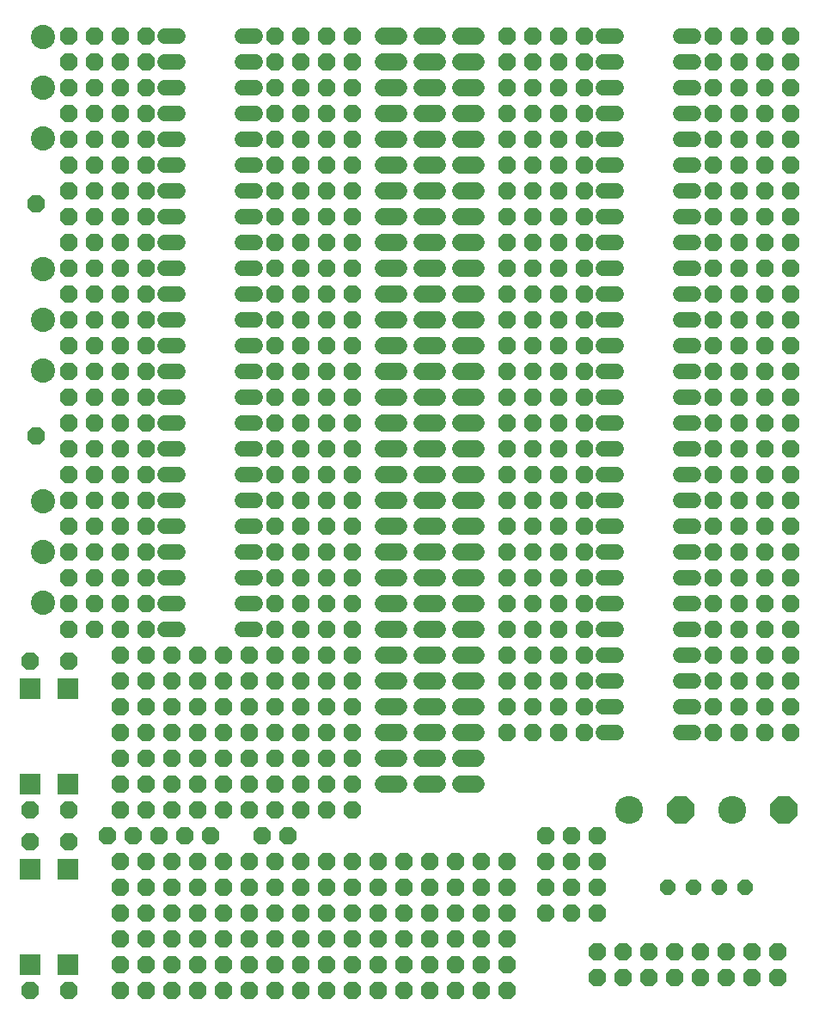
<source format=gbr>
G04 EAGLE Gerber RS-274X export*
G75*
%MOMM*%
%FSLAX34Y34*%
%LPD*%
%INSoldermask Bottom*%
%IPPOS*%
%AMOC8*
5,1,8,0,0,1.08239X$1,22.5*%
G01*
%ADD10P,1.869504X8X202.500000*%
%ADD11C,1.524000*%
%ADD12P,1.869504X8X112.500000*%
%ADD13C,1.727200*%
%ADD14P,1.869504X8X22.500000*%
%ADD15C,2.387600*%
%ADD16R,2.003200X2.003200*%
%ADD17P,1.649562X8X22.500000*%
%ADD18C,2.743200*%
%ADD19P,2.969212X8X22.500000*%


D10*
X762000Y63500D03*
X762000Y38100D03*
X736600Y63500D03*
X736600Y38100D03*
X711200Y63500D03*
X711200Y38100D03*
X685800Y63500D03*
X685800Y38100D03*
X660400Y63500D03*
X660400Y38100D03*
X635000Y63500D03*
X635000Y38100D03*
X609600Y63500D03*
X609600Y38100D03*
X584200Y63500D03*
X584200Y38100D03*
D11*
X171704Y584200D02*
X158496Y584200D01*
X234696Y584200D02*
X247904Y584200D01*
X171704Y609600D02*
X158496Y609600D01*
X234696Y609600D02*
X247904Y609600D01*
X171704Y635000D02*
X158496Y635000D01*
X234696Y635000D02*
X247904Y635000D01*
X171704Y660400D02*
X158496Y660400D01*
X234696Y660400D02*
X247904Y660400D01*
X171704Y685800D02*
X158496Y685800D01*
X234696Y685800D02*
X247904Y685800D01*
X171704Y711200D02*
X158496Y711200D01*
X234696Y711200D02*
X247904Y711200D01*
X171704Y736600D02*
X158496Y736600D01*
X234696Y736600D02*
X247904Y736600D01*
X171704Y762000D02*
X158496Y762000D01*
X234696Y762000D02*
X247904Y762000D01*
D12*
X139700Y584200D03*
X114300Y584200D03*
X139700Y609600D03*
X114300Y609600D03*
X139700Y635000D03*
X114300Y635000D03*
X139700Y660400D03*
X114300Y660400D03*
X139700Y685800D03*
X114300Y685800D03*
X139700Y711200D03*
X114300Y711200D03*
X139700Y736600D03*
X114300Y736600D03*
X139700Y762000D03*
X114300Y762000D03*
X88900Y584200D03*
X63500Y584200D03*
X88900Y609600D03*
X63500Y609600D03*
X88900Y635000D03*
X63500Y635000D03*
X88900Y660400D03*
X63500Y660400D03*
X88900Y685800D03*
X63500Y685800D03*
X88900Y711200D03*
X63500Y711200D03*
X88900Y736600D03*
X63500Y736600D03*
X88900Y762000D03*
X63500Y762000D03*
X292100Y584200D03*
X266700Y584200D03*
X292100Y609600D03*
X266700Y609600D03*
X292100Y635000D03*
X266700Y635000D03*
X292100Y660400D03*
X266700Y660400D03*
X292100Y685800D03*
X266700Y685800D03*
X292100Y711200D03*
X266700Y711200D03*
X292100Y736600D03*
X266700Y736600D03*
X292100Y762000D03*
X266700Y762000D03*
X342900Y584200D03*
X317500Y584200D03*
X342900Y609600D03*
X317500Y609600D03*
X342900Y635000D03*
X317500Y635000D03*
X342900Y660400D03*
X317500Y660400D03*
X342900Y685800D03*
X317500Y685800D03*
X342900Y711200D03*
X317500Y711200D03*
X342900Y736600D03*
X317500Y736600D03*
X342900Y762000D03*
X317500Y762000D03*
D13*
X411480Y965200D02*
X426720Y965200D01*
X426720Y939800D02*
X411480Y939800D01*
X411480Y914400D02*
X426720Y914400D01*
X426720Y889000D02*
X411480Y889000D01*
X411480Y863600D02*
X426720Y863600D01*
X426720Y838200D02*
X411480Y838200D01*
X411480Y812800D02*
X426720Y812800D01*
X426720Y787400D02*
X411480Y787400D01*
X411480Y762000D02*
X426720Y762000D01*
X426720Y736600D02*
X411480Y736600D01*
X411480Y711200D02*
X426720Y711200D01*
X426720Y685800D02*
X411480Y685800D01*
X411480Y660400D02*
X426720Y660400D01*
X426720Y635000D02*
X411480Y635000D01*
X411480Y609600D02*
X426720Y609600D01*
X426720Y584200D02*
X411480Y584200D01*
X411480Y558800D02*
X426720Y558800D01*
X426720Y533400D02*
X411480Y533400D01*
X411480Y508000D02*
X426720Y508000D01*
X426720Y482600D02*
X411480Y482600D01*
X411480Y457200D02*
X426720Y457200D01*
X426720Y431800D02*
X411480Y431800D01*
X411480Y406400D02*
X426720Y406400D01*
X426720Y381000D02*
X411480Y381000D01*
X411480Y355600D02*
X426720Y355600D01*
X426720Y330200D02*
X411480Y330200D01*
X411480Y304800D02*
X426720Y304800D01*
X426720Y279400D02*
X411480Y279400D01*
X411480Y254000D02*
X426720Y254000D01*
X426720Y228600D02*
X411480Y228600D01*
X449580Y965200D02*
X464820Y965200D01*
X464820Y939800D02*
X449580Y939800D01*
X449580Y914400D02*
X464820Y914400D01*
X464820Y889000D02*
X449580Y889000D01*
X449580Y863600D02*
X464820Y863600D01*
X464820Y838200D02*
X449580Y838200D01*
X449580Y812800D02*
X464820Y812800D01*
X464820Y787400D02*
X449580Y787400D01*
X449580Y762000D02*
X464820Y762000D01*
X464820Y736600D02*
X449580Y736600D01*
X449580Y711200D02*
X464820Y711200D01*
X464820Y685800D02*
X449580Y685800D01*
X449580Y660400D02*
X464820Y660400D01*
X464820Y635000D02*
X449580Y635000D01*
X449580Y609600D02*
X464820Y609600D01*
X464820Y584200D02*
X449580Y584200D01*
X449580Y558800D02*
X464820Y558800D01*
X464820Y533400D02*
X449580Y533400D01*
X449580Y508000D02*
X464820Y508000D01*
X464820Y482600D02*
X449580Y482600D01*
X449580Y457200D02*
X464820Y457200D01*
X464820Y431800D02*
X449580Y431800D01*
X449580Y406400D02*
X464820Y406400D01*
X464820Y381000D02*
X449580Y381000D01*
X449580Y355600D02*
X464820Y355600D01*
X464820Y330200D02*
X449580Y330200D01*
X449580Y304800D02*
X464820Y304800D01*
X464820Y279400D02*
X449580Y279400D01*
X449580Y254000D02*
X464820Y254000D01*
X464820Y228600D02*
X449580Y228600D01*
D14*
X533400Y101600D03*
X533400Y127000D03*
X558800Y101600D03*
X558800Y127000D03*
X584200Y101600D03*
X584200Y127000D03*
X533400Y152400D03*
X533400Y177800D03*
X558800Y152400D03*
X558800Y177800D03*
X584200Y152400D03*
X584200Y177800D03*
D13*
X388620Y965200D02*
X373380Y965200D01*
X373380Y939800D02*
X388620Y939800D01*
X388620Y914400D02*
X373380Y914400D01*
X373380Y889000D02*
X388620Y889000D01*
X388620Y863600D02*
X373380Y863600D01*
X373380Y838200D02*
X388620Y838200D01*
X388620Y812800D02*
X373380Y812800D01*
X373380Y787400D02*
X388620Y787400D01*
X388620Y762000D02*
X373380Y762000D01*
X373380Y736600D02*
X388620Y736600D01*
X388620Y711200D02*
X373380Y711200D01*
X373380Y685800D02*
X388620Y685800D01*
X388620Y660400D02*
X373380Y660400D01*
X373380Y635000D02*
X388620Y635000D01*
X388620Y609600D02*
X373380Y609600D01*
X373380Y584200D02*
X388620Y584200D01*
X388620Y558800D02*
X373380Y558800D01*
X373380Y533400D02*
X388620Y533400D01*
X388620Y508000D02*
X373380Y508000D01*
X373380Y482600D02*
X388620Y482600D01*
X388620Y457200D02*
X373380Y457200D01*
X373380Y431800D02*
X388620Y431800D01*
X388620Y406400D02*
X373380Y406400D01*
X373380Y381000D02*
X388620Y381000D01*
X388620Y355600D02*
X373380Y355600D01*
X373380Y330200D02*
X388620Y330200D01*
X388620Y304800D02*
X373380Y304800D01*
X373380Y279400D02*
X388620Y279400D01*
X388620Y254000D02*
X373380Y254000D01*
X373380Y228600D02*
X388620Y228600D01*
D11*
X171704Y787400D02*
X158496Y787400D01*
X234696Y787400D02*
X247904Y787400D01*
X171704Y812800D02*
X158496Y812800D01*
X234696Y812800D02*
X247904Y812800D01*
X171704Y838200D02*
X158496Y838200D01*
X234696Y838200D02*
X247904Y838200D01*
X171704Y863600D02*
X158496Y863600D01*
X234696Y863600D02*
X247904Y863600D01*
X171704Y889000D02*
X158496Y889000D01*
X234696Y889000D02*
X247904Y889000D01*
X171704Y914400D02*
X158496Y914400D01*
X234696Y914400D02*
X247904Y914400D01*
X171704Y939800D02*
X158496Y939800D01*
X234696Y939800D02*
X247904Y939800D01*
X171704Y965200D02*
X158496Y965200D01*
X234696Y965200D02*
X247904Y965200D01*
D12*
X139700Y787400D03*
X114300Y787400D03*
X139700Y812800D03*
X114300Y812800D03*
X139700Y838200D03*
X114300Y838200D03*
X139700Y863600D03*
X114300Y863600D03*
X139700Y889000D03*
X114300Y889000D03*
X139700Y914400D03*
X114300Y914400D03*
X139700Y939800D03*
X114300Y939800D03*
X139700Y965200D03*
X114300Y965200D03*
X88900Y787400D03*
X63500Y787400D03*
X88900Y812800D03*
X63500Y812800D03*
X88900Y838200D03*
X63500Y838200D03*
X88900Y863600D03*
X63500Y863600D03*
X88900Y889000D03*
X63500Y889000D03*
X88900Y914400D03*
X63500Y914400D03*
X88900Y939800D03*
X63500Y939800D03*
X88900Y965200D03*
X63500Y965200D03*
X292100Y787400D03*
X266700Y787400D03*
X292100Y812800D03*
X266700Y812800D03*
X292100Y838200D03*
X266700Y838200D03*
X292100Y863600D03*
X266700Y863600D03*
X292100Y889000D03*
X266700Y889000D03*
X292100Y914400D03*
X266700Y914400D03*
X292100Y939800D03*
X266700Y939800D03*
X292100Y965200D03*
X266700Y965200D03*
X342900Y787400D03*
X317500Y787400D03*
X342900Y812800D03*
X317500Y812800D03*
X342900Y838200D03*
X317500Y838200D03*
X342900Y863600D03*
X317500Y863600D03*
X342900Y889000D03*
X317500Y889000D03*
X342900Y914400D03*
X317500Y914400D03*
X342900Y939800D03*
X317500Y939800D03*
X342900Y965200D03*
X317500Y965200D03*
D15*
X38100Y964400D03*
X38100Y914400D03*
X38100Y864400D03*
D16*
X25400Y50800D03*
X25400Y144800D03*
X63400Y50800D03*
X63400Y144800D03*
X25400Y228600D03*
X25400Y322600D03*
X63400Y228600D03*
X63400Y322600D03*
D11*
X158496Y381000D02*
X171704Y381000D01*
X234696Y381000D02*
X247904Y381000D01*
X171704Y406400D02*
X158496Y406400D01*
X234696Y406400D02*
X247904Y406400D01*
X171704Y431800D02*
X158496Y431800D01*
X234696Y431800D02*
X247904Y431800D01*
X171704Y457200D02*
X158496Y457200D01*
X234696Y457200D02*
X247904Y457200D01*
X171704Y482600D02*
X158496Y482600D01*
X234696Y482600D02*
X247904Y482600D01*
X171704Y508000D02*
X158496Y508000D01*
X234696Y508000D02*
X247904Y508000D01*
X171704Y533400D02*
X158496Y533400D01*
X234696Y533400D02*
X247904Y533400D01*
X171704Y558800D02*
X158496Y558800D01*
X234696Y558800D02*
X247904Y558800D01*
D12*
X139700Y381000D03*
X114300Y381000D03*
X139700Y406400D03*
X114300Y406400D03*
X139700Y431800D03*
X114300Y431800D03*
X139700Y457200D03*
X114300Y457200D03*
X139700Y482600D03*
X114300Y482600D03*
X139700Y508000D03*
X114300Y508000D03*
X139700Y533400D03*
X114300Y533400D03*
X139700Y558800D03*
X114300Y558800D03*
X88900Y381000D03*
X63500Y381000D03*
X88900Y406400D03*
X63500Y406400D03*
X88900Y431800D03*
X63500Y431800D03*
X88900Y457200D03*
X63500Y457200D03*
X88900Y482600D03*
X63500Y482600D03*
X88900Y508000D03*
X63500Y508000D03*
X88900Y533400D03*
X63500Y533400D03*
X88900Y558800D03*
X63500Y558800D03*
X292100Y381000D03*
X266700Y381000D03*
X292100Y406400D03*
X266700Y406400D03*
X292100Y431800D03*
X266700Y431800D03*
X292100Y457200D03*
X266700Y457200D03*
X292100Y482600D03*
X266700Y482600D03*
X292100Y508000D03*
X266700Y508000D03*
X292100Y533400D03*
X266700Y533400D03*
X292100Y558800D03*
X266700Y558800D03*
X342900Y381000D03*
X317500Y381000D03*
X342900Y406400D03*
X317500Y406400D03*
X342900Y431800D03*
X317500Y431800D03*
X342900Y457200D03*
X317500Y457200D03*
X342900Y482600D03*
X317500Y482600D03*
X342900Y508000D03*
X317500Y508000D03*
X342900Y533400D03*
X317500Y533400D03*
X342900Y558800D03*
X317500Y558800D03*
D11*
X590296Y787400D02*
X603504Y787400D01*
X666496Y787400D02*
X679704Y787400D01*
X603504Y812800D02*
X590296Y812800D01*
X666496Y812800D02*
X679704Y812800D01*
X603504Y838200D02*
X590296Y838200D01*
X666496Y838200D02*
X679704Y838200D01*
X603504Y863600D02*
X590296Y863600D01*
X666496Y863600D02*
X679704Y863600D01*
X603504Y889000D02*
X590296Y889000D01*
X666496Y889000D02*
X679704Y889000D01*
X603504Y914400D02*
X590296Y914400D01*
X666496Y914400D02*
X679704Y914400D01*
X603504Y939800D02*
X590296Y939800D01*
X666496Y939800D02*
X679704Y939800D01*
X603504Y965200D02*
X590296Y965200D01*
X666496Y965200D02*
X679704Y965200D01*
D12*
X571500Y787400D03*
X546100Y787400D03*
X571500Y812800D03*
X546100Y812800D03*
X571500Y838200D03*
X546100Y838200D03*
X571500Y863600D03*
X546100Y863600D03*
X571500Y889000D03*
X546100Y889000D03*
X571500Y914400D03*
X546100Y914400D03*
X571500Y939800D03*
X546100Y939800D03*
X571500Y965200D03*
X546100Y965200D03*
X520700Y787400D03*
X495300Y787400D03*
X520700Y812800D03*
X495300Y812800D03*
X520700Y838200D03*
X495300Y838200D03*
X520700Y863600D03*
X495300Y863600D03*
X520700Y889000D03*
X495300Y889000D03*
X520700Y914400D03*
X495300Y914400D03*
X520700Y939800D03*
X495300Y939800D03*
X520700Y965200D03*
X495300Y965200D03*
X774700Y787400D03*
X749300Y787400D03*
X774700Y812800D03*
X749300Y812800D03*
X774700Y838200D03*
X749300Y838200D03*
X774700Y863600D03*
X749300Y863600D03*
X774700Y889000D03*
X749300Y889000D03*
X774700Y914400D03*
X749300Y914400D03*
X774700Y939800D03*
X749300Y939800D03*
X774700Y965200D03*
X749300Y965200D03*
X698500Y787400D03*
X723900Y787400D03*
X698500Y812800D03*
X723900Y812800D03*
X698500Y838200D03*
X723900Y838200D03*
X698500Y863600D03*
X723900Y863600D03*
X698500Y889000D03*
X723900Y889000D03*
X698500Y914400D03*
X723900Y914400D03*
X698500Y939800D03*
X723900Y939800D03*
X698500Y965200D03*
X723900Y965200D03*
D11*
X603504Y584200D02*
X590296Y584200D01*
X666496Y584200D02*
X679704Y584200D01*
X603504Y609600D02*
X590296Y609600D01*
X666496Y609600D02*
X679704Y609600D01*
X603504Y635000D02*
X590296Y635000D01*
X666496Y635000D02*
X679704Y635000D01*
X603504Y660400D02*
X590296Y660400D01*
X666496Y660400D02*
X679704Y660400D01*
X603504Y685800D02*
X590296Y685800D01*
X666496Y685800D02*
X679704Y685800D01*
X603504Y711200D02*
X590296Y711200D01*
X666496Y711200D02*
X679704Y711200D01*
X603504Y736600D02*
X590296Y736600D01*
X666496Y736600D02*
X679704Y736600D01*
X603504Y762000D02*
X590296Y762000D01*
X666496Y762000D02*
X679704Y762000D01*
D12*
X571500Y584200D03*
X546100Y584200D03*
X571500Y609600D03*
X546100Y609600D03*
X571500Y635000D03*
X546100Y635000D03*
X571500Y660400D03*
X546100Y660400D03*
X571500Y685800D03*
X546100Y685800D03*
X571500Y711200D03*
X546100Y711200D03*
X571500Y736600D03*
X546100Y736600D03*
X571500Y762000D03*
X546100Y762000D03*
X520700Y584200D03*
X495300Y584200D03*
X520700Y609600D03*
X495300Y609600D03*
X520700Y635000D03*
X495300Y635000D03*
X520700Y660400D03*
X495300Y660400D03*
X520700Y685800D03*
X495300Y685800D03*
X520700Y711200D03*
X495300Y711200D03*
X520700Y736600D03*
X495300Y736600D03*
X520700Y762000D03*
X495300Y762000D03*
X723900Y584200D03*
X698500Y584200D03*
X723900Y609600D03*
X698500Y609600D03*
X723900Y635000D03*
X698500Y635000D03*
X723900Y660400D03*
X698500Y660400D03*
X723900Y685800D03*
X698500Y685800D03*
X723900Y711200D03*
X698500Y711200D03*
X723900Y736600D03*
X698500Y736600D03*
X723900Y762000D03*
X698500Y762000D03*
X774700Y584200D03*
X749300Y584200D03*
X774700Y609600D03*
X749300Y609600D03*
X774700Y635000D03*
X749300Y635000D03*
X774700Y660400D03*
X749300Y660400D03*
X774700Y685800D03*
X749300Y685800D03*
X774700Y711200D03*
X749300Y711200D03*
X774700Y736600D03*
X749300Y736600D03*
X774700Y762000D03*
X749300Y762000D03*
D11*
X603504Y381000D02*
X590296Y381000D01*
X666496Y381000D02*
X679704Y381000D01*
X603504Y406400D02*
X590296Y406400D01*
X666496Y406400D02*
X679704Y406400D01*
X603504Y431800D02*
X590296Y431800D01*
X666496Y431800D02*
X679704Y431800D01*
X603504Y457200D02*
X590296Y457200D01*
X666496Y457200D02*
X679704Y457200D01*
X603504Y482600D02*
X590296Y482600D01*
X666496Y482600D02*
X679704Y482600D01*
X603504Y508000D02*
X590296Y508000D01*
X666496Y508000D02*
X679704Y508000D01*
X603504Y533400D02*
X590296Y533400D01*
X666496Y533400D02*
X679704Y533400D01*
X603504Y558800D02*
X590296Y558800D01*
X666496Y558800D02*
X679704Y558800D01*
D12*
X571500Y381000D03*
X546100Y381000D03*
X571500Y406400D03*
X546100Y406400D03*
X571500Y431800D03*
X546100Y431800D03*
X571500Y457200D03*
X546100Y457200D03*
X571500Y482600D03*
X546100Y482600D03*
X571500Y508000D03*
X546100Y508000D03*
X571500Y533400D03*
X546100Y533400D03*
X571500Y558800D03*
X546100Y558800D03*
X520700Y381000D03*
X495300Y381000D03*
X520700Y406400D03*
X495300Y406400D03*
X520700Y431800D03*
X495300Y431800D03*
X520700Y457200D03*
X495300Y457200D03*
X520700Y482600D03*
X495300Y482600D03*
X520700Y508000D03*
X495300Y508000D03*
X520700Y533400D03*
X495300Y533400D03*
X520700Y558800D03*
X495300Y558800D03*
X723900Y381000D03*
X698500Y381000D03*
X723900Y406400D03*
X698500Y406400D03*
X723900Y431800D03*
X698500Y431800D03*
X723900Y457200D03*
X698500Y457200D03*
X723900Y482600D03*
X698500Y482600D03*
X723900Y508000D03*
X698500Y508000D03*
X723900Y533400D03*
X698500Y533400D03*
X723900Y558800D03*
X698500Y558800D03*
X774700Y381000D03*
X749300Y381000D03*
X774700Y406400D03*
X749300Y406400D03*
X774700Y431800D03*
X749300Y431800D03*
X774700Y457200D03*
X749300Y457200D03*
X774700Y482600D03*
X749300Y482600D03*
X774700Y508000D03*
X749300Y508000D03*
X774700Y533400D03*
X749300Y533400D03*
X774700Y558800D03*
X749300Y558800D03*
D15*
X38100Y735800D03*
X38100Y685800D03*
X38100Y635800D03*
X38100Y507200D03*
X38100Y457200D03*
X38100Y407200D03*
D17*
X654050Y127000D03*
X679450Y127000D03*
X704850Y127000D03*
X730250Y127000D03*
D18*
X615950Y203200D03*
D19*
X666750Y203200D03*
D18*
X717550Y203200D03*
D19*
X768350Y203200D03*
D10*
X292100Y152400D03*
X292100Y127000D03*
X266700Y152400D03*
X266700Y127000D03*
X241300Y152400D03*
X241300Y127000D03*
X215900Y152400D03*
X215900Y127000D03*
X190500Y152400D03*
X190500Y127000D03*
X165100Y152400D03*
X165100Y127000D03*
X139700Y152400D03*
X139700Y127000D03*
X114300Y152400D03*
X114300Y127000D03*
X292100Y50800D03*
X292100Y25400D03*
X266700Y50800D03*
X266700Y25400D03*
X241300Y50800D03*
X241300Y25400D03*
X215900Y50800D03*
X215900Y25400D03*
X190500Y50800D03*
X190500Y25400D03*
X165100Y50800D03*
X165100Y25400D03*
X139700Y50800D03*
X139700Y25400D03*
X114300Y50800D03*
X114300Y25400D03*
X292100Y101600D03*
X292100Y76200D03*
X266700Y101600D03*
X266700Y76200D03*
X241300Y101600D03*
X241300Y76200D03*
X215900Y101600D03*
X215900Y76200D03*
X190500Y101600D03*
X190500Y76200D03*
X165100Y101600D03*
X165100Y76200D03*
X139700Y101600D03*
X139700Y76200D03*
X114300Y101600D03*
X114300Y76200D03*
X495300Y152400D03*
X495300Y127000D03*
X469900Y152400D03*
X469900Y127000D03*
X444500Y152400D03*
X444500Y127000D03*
X419100Y152400D03*
X419100Y127000D03*
X393700Y152400D03*
X393700Y127000D03*
X368300Y152400D03*
X368300Y127000D03*
X342900Y152400D03*
X342900Y127000D03*
X317500Y152400D03*
X317500Y127000D03*
X495300Y50800D03*
X495300Y25400D03*
X469900Y50800D03*
X469900Y25400D03*
X444500Y50800D03*
X444500Y25400D03*
X419100Y50800D03*
X419100Y25400D03*
X393700Y50800D03*
X393700Y25400D03*
X368300Y50800D03*
X368300Y25400D03*
X342900Y50800D03*
X342900Y25400D03*
X317500Y50800D03*
X317500Y25400D03*
X495300Y101600D03*
X495300Y76200D03*
X469900Y101600D03*
X469900Y76200D03*
X444500Y101600D03*
X444500Y76200D03*
X419100Y101600D03*
X419100Y76200D03*
X393700Y101600D03*
X393700Y76200D03*
X368300Y101600D03*
X368300Y76200D03*
X342900Y101600D03*
X342900Y76200D03*
X317500Y101600D03*
X317500Y76200D03*
D12*
X342900Y203200D03*
X317500Y203200D03*
X342900Y228600D03*
X317500Y228600D03*
X342900Y254000D03*
X317500Y254000D03*
X342900Y279400D03*
X317500Y279400D03*
X342900Y304800D03*
X317500Y304800D03*
X342900Y330200D03*
X317500Y330200D03*
X342900Y355600D03*
X317500Y355600D03*
X292100Y203200D03*
X266700Y203200D03*
X292100Y228600D03*
X266700Y228600D03*
X292100Y254000D03*
X266700Y254000D03*
X292100Y279400D03*
X266700Y279400D03*
X292100Y304800D03*
X266700Y304800D03*
X292100Y330200D03*
X266700Y330200D03*
X292100Y355600D03*
X266700Y355600D03*
X139700Y203200D03*
X114300Y203200D03*
X139700Y228600D03*
X114300Y228600D03*
X139700Y254000D03*
X114300Y254000D03*
X139700Y279400D03*
X114300Y279400D03*
X139700Y304800D03*
X114300Y304800D03*
X139700Y330200D03*
X114300Y330200D03*
X139700Y355600D03*
X114300Y355600D03*
X190500Y203200D03*
X165100Y203200D03*
X190500Y228600D03*
X165100Y228600D03*
X190500Y254000D03*
X165100Y254000D03*
X190500Y279400D03*
X165100Y279400D03*
X190500Y304800D03*
X165100Y304800D03*
X190500Y330200D03*
X165100Y330200D03*
X190500Y355600D03*
X165100Y355600D03*
X241300Y203200D03*
X215900Y203200D03*
X241300Y228600D03*
X215900Y228600D03*
X241300Y254000D03*
X215900Y254000D03*
X241300Y279400D03*
X215900Y279400D03*
X241300Y304800D03*
X215900Y304800D03*
X241300Y330200D03*
X215900Y330200D03*
X241300Y355600D03*
X215900Y355600D03*
D11*
X666496Y279400D02*
X679704Y279400D01*
X679704Y304800D02*
X666496Y304800D01*
X603504Y355600D02*
X590296Y355600D01*
X590296Y330200D02*
X603504Y330200D01*
X666496Y330200D02*
X679704Y330200D01*
X679704Y355600D02*
X666496Y355600D01*
X603504Y304800D02*
X590296Y304800D01*
X590296Y279400D02*
X603504Y279400D01*
D12*
X571500Y279400D03*
X546100Y279400D03*
X571500Y304800D03*
X546100Y304800D03*
X571500Y330200D03*
X546100Y330200D03*
X571500Y355600D03*
X546100Y355600D03*
X520700Y279400D03*
X495300Y279400D03*
X520700Y304800D03*
X495300Y304800D03*
X520700Y330200D03*
X495300Y330200D03*
X520700Y355600D03*
X495300Y355600D03*
X723900Y279400D03*
X698500Y279400D03*
X723900Y304800D03*
X698500Y304800D03*
X723900Y330200D03*
X698500Y330200D03*
X723900Y355600D03*
X698500Y355600D03*
X774700Y279400D03*
X749300Y279400D03*
X774700Y304800D03*
X749300Y304800D03*
X774700Y330200D03*
X749300Y330200D03*
X774700Y355600D03*
X749300Y355600D03*
D14*
X25400Y203200D03*
X25400Y349250D03*
X63500Y203200D03*
X63500Y349250D03*
X25400Y25400D03*
X25400Y171450D03*
X63500Y25400D03*
X63500Y171450D03*
X31750Y800100D03*
X31750Y571500D03*
X101600Y177800D03*
X127000Y177800D03*
X152400Y177800D03*
X177800Y177800D03*
X203200Y177800D03*
X254000Y177800D03*
X279400Y177800D03*
M02*

</source>
